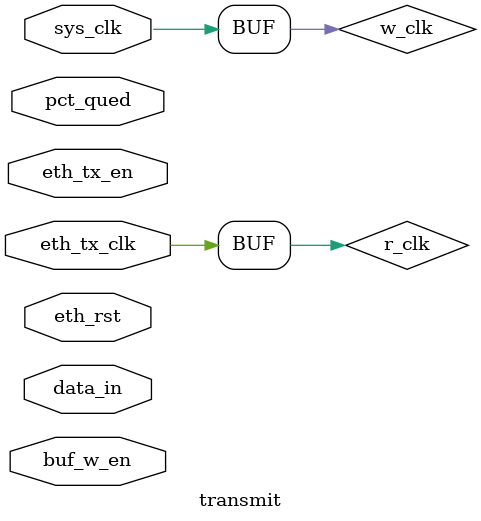
<source format=sv>

module transmit 
#(
    parameter GMII = 1, 
    parameter SIZE = (1522+4)*2, 
    parameter WIDTH = 8
)(
input            sys_clk,       

// Ethernet Signals
input            eth_tx_clk,          // Ethernet transmit clock
input            eth_tx_en,           // Ethernet transmit enable
input            eth_rst,             // Ethernet module reset


// Buffer_ready control
input [WIDTH-1:0] data_in,
input pct_qued,
input buf_w_en
);

// Mac addresses parameters are saved as big endian 
// in byte little endian in bit level

// Destination MAC = x02\x35\x28\xfb\xdd\x66
localparam [47:0] destination_mac_addr =  48'h023528fbdd66;
// Source Mac      = \x07\x22\x27\xac\xdb\x65
localparam [47:0] source_mac_addr      =  48'h072227acdb65;

// Dump waveforms with makefile
`ifdef COCOTB_SIM
initial begin
    $dumpfile("sim.vcd");
    $dumpvars(0,transmit);
end    
`endif

logic [WIDTH-1:0] buf_data_out;   // Data wire            Fifo --> Ethernet
logic [1:0] bf_out_buffer_ready;  // Payload counter for  Ethernet <--> Buf_Ready <-- Fifo

encapsulation #(
    .destination_mac_addr(destination_mac_addr),
    .source_mac_addr(source_mac_addr)
)encapsulation(
    // Buffer signals
    .ff_out_data_in(buf_data_out),

    // Buffer_ready control
    .bf_out_buffer_ready(bf_out_buffer_ready), 
    .bf_in_pct_txed(bf_in_pct_txed),
    .bf_in_r_en(bf_in_r_en),
    
    // System Signal
    .eth_tx_clk(eth_tx_clk),
    .eth_tx_en(eth_tx_en),
    .rst(eth_rst),
    .clk(sys_clk)
);

localparam PTR_LEN =  $clog2(SIZE);

wire r_clk;                     // Async fifo read clock
wire w_clk;                     // Async fifo write clock
wire fifo_rst;                  // Asynch fifo reset
assign r_clk = eth_tx_clk;
assign w_clk = sys_clk;
assign fifo_nrst = ~(eth_rst);

async_fifo  #( 
    .SIZE(SIZE),
    .WIDTH(WIDTH),
    .PTR_LEN(PTR_LEN)
)async_fifo (
    // System Signal
    .arst_n(fifo_nrst),
    .wclk(sys_clk),
    .rclk(r_clk),
   
   // External Signals
    .r_en(bf_in_r_en),
    .w_en(buf_w_en),
    .data_in(data_in),

    // Buffer signals
    .data_out(buf_data_out)
);


buf_ready buf_ready (
    // Buffer_ready control signals
    .bf_in_pct_qued(pct_qued),
    .bf_in_pct_txed(bf_in_pct_txed),
    .eth_tx_clk(sys_clk),
    .bf_out_buffer_ready(bf_out_buffer_ready),
    .rst(eth_rst)
);

endmodule
</source>
